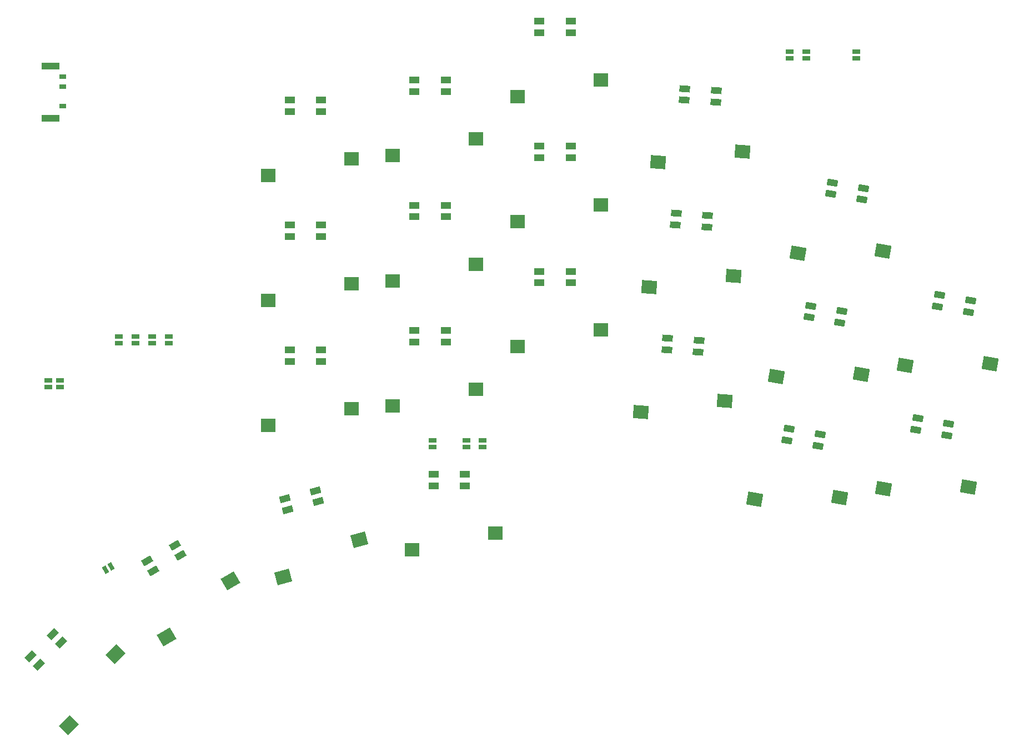
<source format=gbp>
G04 #@! TF.GenerationSoftware,KiCad,Pcbnew,7.0.11-7.0.11~ubuntu22.04.1*
G04 #@! TF.CreationDate,2024-07-06T11:47:34+02:00*
G04 #@! TF.ProjectId,klor1_3,6b6c6f72-315f-4332-9e6b-696361645f70,v1.3.0*
G04 #@! TF.SameCoordinates,Original*
G04 #@! TF.FileFunction,Paste,Bot*
G04 #@! TF.FilePolarity,Positive*
%FSLAX46Y46*%
G04 Gerber Fmt 4.6, Leading zero omitted, Abs format (unit mm)*
G04 Created by KiCad (PCBNEW 7.0.11-7.0.11~ubuntu22.04.1) date 2024-07-06 11:47:34*
%MOMM*%
%LPD*%
G01*
G04 APERTURE LIST*
G04 Aperture macros list*
%AMRotRect*
0 Rectangle, with rotation*
0 The origin of the aperture is its center*
0 $1 length*
0 $2 width*
0 $3 Rotation angle, in degrees counterclockwise*
0 Add horizontal line*
21,1,$1,$2,0,0,$3*%
G04 Aperture macros list end*
%ADD10RotRect,1.600000X1.000000X225.000000*%
%ADD11RotRect,2.300000X2.000000X45.000000*%
%ADD12R,1.600000X1.000000*%
%ADD13R,2.300000X2.000000*%
%ADD14RotRect,1.600000X1.000000X176.000000*%
%ADD15RotRect,2.300000X2.000000X356.000000*%
%ADD16RotRect,1.600000X1.000000X195.000000*%
%ADD17RotRect,2.300000X2.000000X15.000000*%
%ADD18RotRect,1.600000X1.000000X170.000000*%
%ADD19RotRect,2.300000X2.000000X350.000000*%
%ADD20RotRect,1.600000X1.000000X210.000000*%
%ADD21RotRect,2.300000X2.000000X30.000000*%
%ADD22R,1.000000X0.700000*%
%ADD23R,2.800000X1.000000*%
%ADD24R,1.143000X0.635000*%
%ADD25RotRect,0.635000X1.143000X210.000000*%
G04 APERTURE END LIST*
D10*
X83798841Y-147926405D03*
X82561405Y-146688968D03*
X79167292Y-150083081D03*
X80404729Y-151320517D03*
D11*
X92146237Y-149768418D03*
X84962032Y-160544725D03*
D12*
X145411399Y-124072857D03*
X145411399Y-122322857D03*
X140611399Y-122322857D03*
X140611399Y-124072857D03*
D13*
X150011399Y-131277857D03*
X137311399Y-133817857D03*
D14*
X183599805Y-65580564D03*
X183721879Y-63834827D03*
X178933572Y-63499996D03*
X178811498Y-65245733D03*
D15*
X187686005Y-73088893D03*
X174839760Y-74736798D03*
D16*
X123018338Y-126490368D03*
X122565405Y-124799998D03*
X117928961Y-126042330D03*
X118381894Y-127732700D03*
D17*
X129326388Y-132259296D03*
X117716530Y-137999750D03*
D12*
X161511399Y-74050260D03*
X161511399Y-72300260D03*
X156711399Y-72300260D03*
X156711399Y-74050260D03*
D13*
X166111399Y-81255260D03*
X153411399Y-83795260D03*
D18*
X222160963Y-97548845D03*
X222464848Y-95825431D03*
X217737771Y-94991920D03*
X217433886Y-96715334D03*
D19*
X225439944Y-105443166D03*
X212491819Y-105739246D03*
D14*
X180938931Y-103632836D03*
X181061005Y-101887099D03*
X176272698Y-101552268D03*
X176150624Y-103298005D03*
D15*
X185025131Y-111141165D03*
X172178886Y-112789070D03*
D12*
X123467969Y-86050260D03*
X123467969Y-84300260D03*
X118667969Y-84300260D03*
X118667969Y-86050260D03*
D13*
X128067969Y-93255260D03*
X115367969Y-95795260D03*
D18*
X218849042Y-116331686D03*
X219152927Y-114608272D03*
X214425850Y-113774761D03*
X214121965Y-115498175D03*
D19*
X222128023Y-124226007D03*
X209179898Y-124522087D03*
D12*
X123467969Y-105122857D03*
X123467969Y-103372857D03*
X118667969Y-103372857D03*
X118667969Y-105122857D03*
D13*
X128067969Y-112327857D03*
X115367969Y-114867857D03*
D12*
X123467969Y-66977664D03*
X123467969Y-65227664D03*
X118667969Y-65227664D03*
X118667969Y-66977664D03*
D13*
X128067969Y-74182664D03*
X115367969Y-76722664D03*
D14*
X182269368Y-84606699D03*
X182391442Y-82860962D03*
X177603135Y-82526131D03*
X177481061Y-84271868D03*
D15*
X186355568Y-92115028D03*
X173509323Y-93762933D03*
D12*
X161511399Y-54977664D03*
X161511399Y-53227664D03*
X156711399Y-53227664D03*
X156711399Y-54977664D03*
D13*
X166111399Y-62182664D03*
X153411399Y-64722664D03*
D20*
X102013115Y-134626369D03*
X101138115Y-133110824D03*
X96981193Y-135510824D03*
X97856193Y-137026369D03*
D21*
X109599332Y-138566082D03*
X99870809Y-147115786D03*
D18*
X199246804Y-117952416D03*
X199550689Y-116229002D03*
X194823612Y-115395491D03*
X194519727Y-117118905D03*
D19*
X202525785Y-125846737D03*
X189577660Y-126142817D03*
D12*
X142461399Y-102122857D03*
X142461399Y-100372857D03*
X137661399Y-100372857D03*
X137661399Y-102122857D03*
D13*
X147061399Y-109327857D03*
X134361399Y-111867857D03*
D12*
X142461399Y-83050260D03*
X142461399Y-81300260D03*
X137661399Y-81300260D03*
X137661399Y-83050260D03*
D13*
X147061399Y-90255260D03*
X134361399Y-92795260D03*
D18*
X205870648Y-80386735D03*
X206174533Y-78663321D03*
X201447456Y-77829810D03*
X201143571Y-79553224D03*
D19*
X209149629Y-88281056D03*
X196201504Y-88577136D03*
D22*
X84101228Y-66176228D03*
X84101228Y-63176228D03*
X84101228Y-61676228D03*
D23*
X82201228Y-68026228D03*
X82201228Y-60076228D03*
D12*
X161511399Y-93122857D03*
X161511399Y-91372857D03*
X156711399Y-91372857D03*
X156711399Y-93122857D03*
D13*
X166111399Y-100327857D03*
X153411399Y-102867857D03*
D18*
X202558726Y-99169574D03*
X202862611Y-97446160D03*
X198135534Y-96612649D03*
X197831649Y-98336063D03*
D19*
X205837707Y-107063895D03*
X192889582Y-107359975D03*
D12*
X142461399Y-63977664D03*
X142461399Y-62227664D03*
X137661399Y-62227664D03*
X137661399Y-63977664D03*
D13*
X147061399Y-71182664D03*
X134361399Y-73722664D03*
D24*
X92629450Y-101301620D03*
X92629450Y-102302380D03*
X140500000Y-118150380D03*
X140500000Y-117149620D03*
X100213450Y-101301620D03*
X100213450Y-102302380D03*
X145600000Y-118150760D03*
X145600000Y-117150000D03*
X194925000Y-58850380D03*
X194925000Y-57849620D03*
X97668450Y-101301620D03*
X97668450Y-102302380D03*
X81900000Y-107999620D03*
X81900000Y-109000380D03*
D25*
X91450342Y-136358810D03*
X90583658Y-136859190D03*
D24*
X95166000Y-101301620D03*
X95166000Y-102302380D03*
X83675000Y-107999620D03*
X83675000Y-109000380D03*
X148100000Y-118150380D03*
X148100000Y-117149620D03*
X197425000Y-58850380D03*
X197425000Y-57849620D03*
X205100000Y-58850380D03*
X205100000Y-57849620D03*
M02*

</source>
